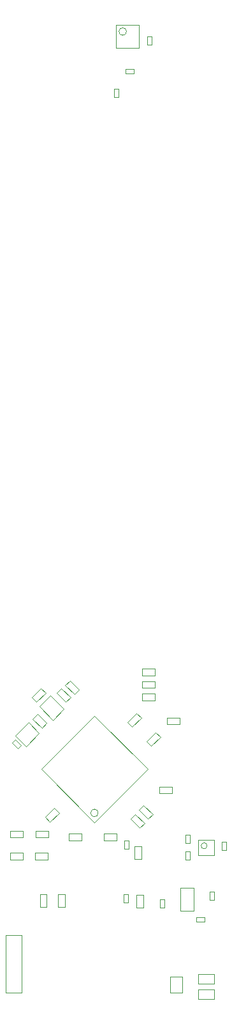
<source format=gbr>
%TF.GenerationSoftware,Altium Limited,Altium Designer,19.1.5 (86)*%
G04 Layer_Color=8388736*
%FSLAX26Y26*%
%MOIN*%
%TF.FileFunction,Other,Top_Assembly*%
%TF.Part,Single*%
G01*
G75*
%TA.AperFunction,NonConductor*%
%ADD47C,0.003937*%
D47*
X3896278Y2506081D02*
G03*
X3896278Y2506081I-19685J0D01*
G01*
X4465905Y2334843D02*
G03*
X4465905Y2334843I-15748J0D01*
G01*
X4044095Y6580591D02*
G03*
X4044095Y6580591I-19685J0D01*
G01*
X3723809Y3171135D02*
X3748864Y3196191D01*
X3771135Y3123809D02*
X3796191Y3148864D01*
X3748864Y3196191D02*
X3796191Y3148864D01*
X3723809Y3171135D02*
X3771135Y3123809D01*
X3678809Y3131135D02*
X3703864Y3156191D01*
X3726135Y3083809D02*
X3751191Y3108864D01*
X3703864Y3156191D02*
X3751191Y3108864D01*
X3678809Y3131135D02*
X3726135Y3083809D01*
X3553809Y2996135D02*
X3578864Y3021191D01*
X3601135Y2948809D02*
X3626191Y2973864D01*
X3578864Y3021191D02*
X3626191Y2973864D01*
X3553809Y2996135D02*
X3601135Y2948809D01*
X3462363Y2907839D02*
X3518040Y2852161D01*
X3531960Y2977436D02*
X3587637Y2921758D01*
X3462363Y2907839D02*
X3531960Y2977436D01*
X3518040Y2852161D02*
X3587637Y2921758D01*
X3476960Y2841337D02*
X3493663Y2858040D01*
X3446337Y2871960D02*
X3463040Y2888663D01*
X3446337Y2871960D02*
X3476960Y2841337D01*
X3463040Y2888663D02*
X3493663Y2858040D01*
X3548809Y3108864D02*
X3573865Y3083809D01*
X3596136Y3156191D02*
X3621191Y3131135D01*
X3548809Y3108864D02*
X3596136Y3156191D01*
X3573865Y3083809D02*
X3621191Y3131135D01*
X3589212Y3061136D02*
X3660201Y2990146D01*
X3646282Y3118205D02*
X3717271Y3047216D01*
X3660201Y2990146D02*
X3717271Y3047216D01*
X3589212Y3061136D02*
X3646282Y3118205D01*
X4087283Y2333465D02*
X4122717D01*
X4087283Y2266535D02*
X4122717D01*
Y2333465D01*
X4087283Y2266535D02*
Y2333465D01*
X3876593Y2455971D02*
X4154982Y2734359D01*
X3598205D02*
X3876593Y3012748D01*
X3598205Y2734359D02*
X3876593Y2455971D01*
Y3012748D02*
X4154982Y2734359D01*
X4323465Y2967284D02*
Y3002717D01*
X4256535Y2967284D02*
Y3002717D01*
Y2967284D02*
X4323465D01*
X4256535Y3002717D02*
X4323465D01*
X4153189Y6513346D02*
X4176811D01*
X4153189Y6556654D02*
X4176811D01*
X4153189Y6513346D02*
Y6556654D01*
X4176811Y6513346D02*
Y6556654D01*
X4418661Y2283662D02*
Y2366339D01*
X4501339Y2283662D02*
Y2366339D01*
X4418661D02*
X4501339D01*
X4418661Y2283662D02*
X4501339D01*
X4325551Y1994961D02*
Y2115039D01*
X4394449Y1994961D02*
Y2115039D01*
X4325551D02*
X4394449D01*
X4325551Y1994961D02*
X4394449D01*
X3988976Y6493976D02*
X4111024D01*
X3988976Y6616024D02*
X4111024D01*
Y6493976D02*
Y6616024D01*
X3988976Y6493976D02*
Y6616024D01*
X3413661Y1569724D02*
Y1868937D01*
X3496339Y1569724D02*
Y1868937D01*
X3413661Y1569724D02*
X3496339D01*
X3413661Y1868937D02*
X3496339D01*
X4127047Y3127717D02*
X4193976D01*
X4127047Y3092284D02*
X4193976D01*
X4127047D02*
Y3127717D01*
X4193976Y3092284D02*
Y3127717D01*
X4097283Y2011535D02*
Y2078465D01*
X4132717Y2011535D02*
Y2078465D01*
X4097283Y2011535D02*
X4132717D01*
X4097283Y2078465D02*
X4132717D01*
X4216535Y2607283D02*
X4283465D01*
X4216535Y2642716D02*
X4283465D01*
Y2607283D02*
Y2642716D01*
X4216535Y2607283D02*
Y2642716D01*
X3741535Y2397717D02*
X3808465D01*
X3741535Y2362284D02*
X3808465D01*
X3741535D02*
Y2397717D01*
X3808465Y2362284D02*
Y2397717D01*
X3926535Y2362283D02*
X3993465D01*
X3926535Y2397716D02*
X3993465D01*
Y2362283D02*
Y2397716D01*
X3926535Y2362283D02*
Y2397716D01*
X3722717Y2016024D02*
Y2082953D01*
X3687284Y2016024D02*
Y2082953D01*
X3722717D01*
X3687284Y2016024D02*
X3722717D01*
X3627717Y2016535D02*
Y2083465D01*
X3592284Y2016535D02*
Y2083465D01*
X3627717D01*
X3592284Y2016535D02*
X3627717D01*
X4127047Y3222283D02*
X4193976D01*
X4127047Y3257716D02*
X4193976D01*
Y3222283D02*
Y3257716D01*
X4127047Y3222283D02*
Y3257716D01*
Y3157283D02*
X4193976D01*
X4127047Y3192716D02*
X4193976D01*
Y3157283D02*
Y3192716D01*
X4127047Y3157283D02*
Y3192716D01*
X4065385Y2474560D02*
X4112711Y2427234D01*
X4090439Y2499615D02*
X4137766Y2452289D01*
X4112711Y2427234D02*
X4137766Y2452289D01*
X4065385Y2474560D02*
X4090439Y2499615D01*
X3437047Y2377283D02*
X3503976D01*
X3437047Y2412716D02*
X3503976D01*
Y2377283D02*
Y2412716D01*
X3437047Y2377283D02*
Y2412716D01*
X3436535Y2262283D02*
X3503465D01*
X3436535Y2297716D02*
X3503465D01*
Y2262283D02*
Y2297716D01*
X3436535Y2262283D02*
Y2297716D01*
X4336102Y1569055D02*
Y1650945D01*
X4273898Y1569055D02*
Y1650945D01*
X4336102D01*
X4273898Y1569055D02*
X4336102D01*
X3568504Y2377283D02*
X3635433D01*
X3568504Y2412716D02*
X3635433D01*
Y2377283D02*
Y2412716D01*
X3568504Y2377283D02*
Y2412716D01*
X3566024Y2262283D02*
X3632953D01*
X3566024Y2297716D02*
X3632953D01*
Y2262283D02*
Y2297716D01*
X3566024Y2262283D02*
Y2297716D01*
X4353189Y2348346D02*
Y2391653D01*
X4376811Y2348346D02*
Y2391653D01*
X4353189Y2348346D02*
X4376811D01*
X4353189Y2391653D02*
X4376811D01*
Y2263347D02*
Y2306654D01*
X4353189Y2263347D02*
Y2306654D01*
X4376811D01*
X4353189Y2263347D02*
X4376811D01*
X4408346Y1961811D02*
X4451654D01*
X4408346Y1938189D02*
X4451654D01*
X4408346D02*
Y1961811D01*
X4451654Y1938189D02*
Y1961811D01*
X4566811Y2313347D02*
Y2356654D01*
X4543189Y2313347D02*
Y2356654D01*
X4566811D01*
X4543189Y2313347D02*
X4566811D01*
X4501811Y2053347D02*
Y2096654D01*
X4478189Y2053347D02*
Y2096654D01*
X4501811D01*
X4478189Y2053347D02*
X4501811D01*
X4218189Y2013346D02*
Y2056653D01*
X4241811Y2013346D02*
Y2056653D01*
X4218189Y2013346D02*
X4241811D01*
X4218189Y2056653D02*
X4241811D01*
X4501339Y1534409D02*
Y1585591D01*
X4418661Y1534409D02*
Y1585591D01*
Y1534409D02*
X4501339D01*
X4418661Y1585591D02*
X4501339D01*
Y1614409D02*
Y1665591D01*
X4418661Y1614409D02*
Y1665591D01*
Y1614409D02*
X4501339D01*
X4418661Y1665591D02*
X4501339D01*
X4051811Y2038347D02*
Y2081654D01*
X4028189Y2038347D02*
Y2081654D01*
X4051811D01*
X4028189Y2038347D02*
X4051811D01*
X4038346Y6386811D02*
X4081653D01*
X4038346Y6363189D02*
X4081653D01*
X4038346D02*
Y6386811D01*
X4081653Y6363189D02*
Y6386811D01*
X4001811Y6238346D02*
Y6281654D01*
X3978189Y6238346D02*
Y6281654D01*
X4001811D01*
X3978189Y6238346D02*
X4001811D01*
X4056811Y2318347D02*
Y2361654D01*
X4033189Y2318347D02*
Y2361654D01*
X4056811D01*
X4033189Y2318347D02*
X4056811D01*
X4148809Y2878865D02*
X4196136Y2926191D01*
X4173864Y2853809D02*
X4221190Y2901136D01*
X4148809Y2878865D02*
X4173864Y2853809D01*
X4196136Y2926191D02*
X4221190Y2901136D01*
X4048809Y2978865D02*
X4096136Y3026191D01*
X4073864Y2953809D02*
X4121190Y3001136D01*
X4048809Y2978865D02*
X4073864Y2953809D01*
X4096136Y3026191D02*
X4121190Y3001136D01*
X4133864Y2546191D02*
X4181191Y2498865D01*
X4108810Y2521136D02*
X4156136Y2473809D01*
X4108810Y2521136D02*
X4133864Y2546191D01*
X4156136Y2473809D02*
X4181191Y2498865D01*
X3643865Y2458809D02*
X3691191Y2506135D01*
X3618809Y2483864D02*
X3666136Y2531191D01*
X3691191Y2506135D01*
X3618809Y2483864D02*
X3643865Y2458809D01*
%TF.MD5,cbfc694febf84d48397261d933152e90*%
M02*

</source>
